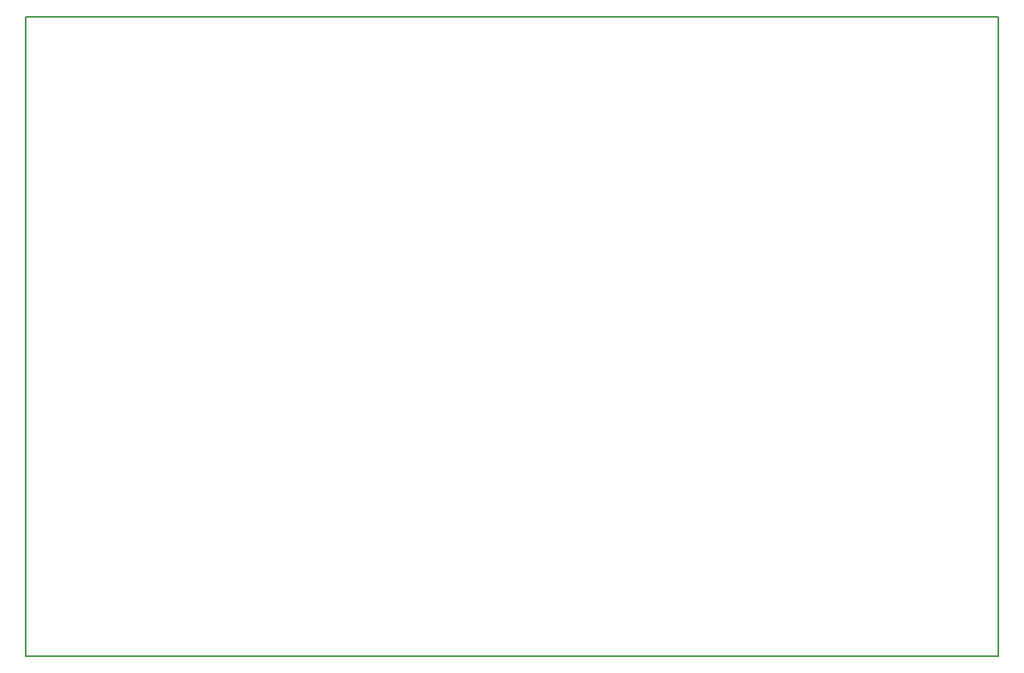
<source format=gko>
G04 Layer_Color=16711935*
%FSTAX24Y24*%
%MOIN*%
G70*
G01*
G75*
%ADD55C,0.0079*%
D55*
X030485Y046535D02*
X070875D01*
Y019961D02*
Y046535D01*
X030485Y019961D02*
X070875D01*
X030485D02*
Y046535D01*
M02*

</source>
